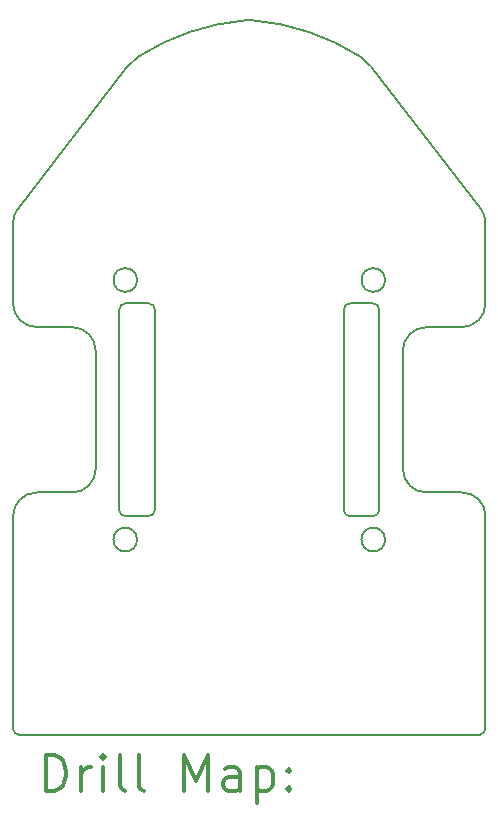
<source format=gbr>
%FSLAX45Y45*%
G04 Gerber Fmt 4.5, Leading zero omitted, Abs format (unit mm)*
G04 Created by KiCad (PCBNEW (5.1.4)-1) date 2019-11-07 15:05:30*
%MOMM*%
%LPD*%
G04 APERTURE LIST*
%ADD10C,0.200000*%
%ADD11C,0.300000*%
G04 APERTURE END LIST*
D10*
X15029276Y-8730152D02*
G75*
G02X15933385Y-9036579I-171379J-1992644D01*
G01*
X16995000Y-14727500D02*
G75*
G02X16945000Y-14777500I-50000J0D01*
G01*
X13045000Y-14777500D02*
X16945000Y-14777500D01*
X13954663Y-9129938D02*
X13036475Y-10323582D01*
X12995000Y-12927500D02*
X12995000Y-14727500D01*
X16995000Y-14727500D02*
X16995000Y-12927500D01*
X16953525Y-10323582D02*
G75*
G02X16995000Y-10445524I-158525J-121942D01*
G01*
X16995000Y-11127500D02*
G75*
G02X16795000Y-11327500I-200000J0D01*
G01*
X13895000Y-12877500D02*
X13895000Y-11177500D01*
X16295000Y-12527500D02*
X16295000Y-11527500D01*
X14960724Y-8730151D02*
G75*
G02X15029276Y-8730152I34276J-398529D01*
G01*
X13045000Y-14777500D02*
G75*
G02X12995000Y-14727500I0J50000D01*
G01*
X12995000Y-10445524D02*
X12995000Y-11127500D01*
X15795000Y-12877500D02*
X15795000Y-11177500D01*
X16145000Y-13126400D02*
G75*
G03X16145000Y-13126400I-100000J0D01*
G01*
X15933385Y-9036579D02*
G75*
G02X16035337Y-9129938I-215098J-337243D01*
G01*
X14045000Y-10928600D02*
G75*
G03X14045000Y-10928600I-100000J0D01*
G01*
X16145000Y-10928600D02*
G75*
G03X16145000Y-10928600I-100000J0D01*
G01*
X16953525Y-10323582D02*
X16035337Y-9129938D01*
X16795000Y-12727500D02*
G75*
G02X16995000Y-12927500I0J-200000D01*
G01*
X12995000Y-12927500D02*
G75*
G02X13195000Y-12727500I200000J0D01*
G01*
X13495000Y-11327500D02*
G75*
G02X13695000Y-11527500I0J-200000D01*
G01*
X15845000Y-12927500D02*
G75*
G02X15795000Y-12877500I0J50000D01*
G01*
X16045000Y-12927500D02*
X15845000Y-12927500D01*
X16095000Y-11177500D02*
X16095000Y-12877500D01*
X13945000Y-11127500D02*
X14145000Y-11127500D01*
X14195000Y-12877500D02*
G75*
G02X14145000Y-12927500I-50000J0D01*
G01*
X16295000Y-11527500D02*
G75*
G02X16495000Y-11327500I200000J0D01*
G01*
X13195000Y-11327500D02*
X13495000Y-11327500D01*
X13195000Y-11327500D02*
G75*
G02X12995000Y-11127500I0J200000D01*
G01*
X16495000Y-12727500D02*
G75*
G02X16295000Y-12527500I0J200000D01*
G01*
X13495000Y-12727500D02*
X13195000Y-12727500D01*
X12995000Y-10445524D02*
G75*
G02X13036475Y-10323582I200000J0D01*
G01*
X13954663Y-9129938D02*
G75*
G02X14056615Y-9036579I317050J-243884D01*
G01*
X16795000Y-12727500D02*
X16495000Y-12727500D01*
X15845000Y-11127500D02*
X16045000Y-11127500D01*
X13895000Y-11177500D02*
G75*
G02X13945000Y-11127500I50000J0D01*
G01*
X16495000Y-11327500D02*
X16795000Y-11327500D01*
X13695000Y-12527500D02*
G75*
G02X13495000Y-12727500I-200000J0D01*
G01*
X13695000Y-11527500D02*
X13695000Y-12527500D01*
X14045000Y-13126400D02*
G75*
G03X14045000Y-13126400I-100000J0D01*
G01*
X14145000Y-11127500D02*
G75*
G02X14195000Y-11177500I0J-50000D01*
G01*
X14145000Y-12927500D02*
X13945000Y-12927500D01*
X16095000Y-12877500D02*
G75*
G02X16045000Y-12927500I-50000J0D01*
G01*
X14056615Y-9036579D02*
G75*
G02X14960724Y-8730152I1075488J-1686216D01*
G01*
X14195000Y-11177500D02*
X14195000Y-12877500D01*
X16045000Y-11127500D02*
G75*
G02X16095000Y-11177500I0J-50000D01*
G01*
X15795000Y-11177500D02*
G75*
G02X15845000Y-11127500I50000J0D01*
G01*
X13945000Y-12927500D02*
G75*
G02X13895000Y-12877500I0J50000D01*
G01*
X16995000Y-11127500D02*
X16995000Y-10445524D01*
D10*
D11*
X13271428Y-15253214D02*
X13271428Y-14953214D01*
X13342857Y-14953214D01*
X13385714Y-14967500D01*
X13414286Y-14996072D01*
X13428571Y-15024643D01*
X13442857Y-15081786D01*
X13442857Y-15124643D01*
X13428571Y-15181786D01*
X13414286Y-15210357D01*
X13385714Y-15238929D01*
X13342857Y-15253214D01*
X13271428Y-15253214D01*
X13571428Y-15253214D02*
X13571428Y-15053214D01*
X13571428Y-15110357D02*
X13585714Y-15081786D01*
X13600000Y-15067500D01*
X13628571Y-15053214D01*
X13657143Y-15053214D01*
X13757143Y-15253214D02*
X13757143Y-15053214D01*
X13757143Y-14953214D02*
X13742857Y-14967500D01*
X13757143Y-14981786D01*
X13771428Y-14967500D01*
X13757143Y-14953214D01*
X13757143Y-14981786D01*
X13942857Y-15253214D02*
X13914286Y-15238929D01*
X13900000Y-15210357D01*
X13900000Y-14953214D01*
X14100000Y-15253214D02*
X14071428Y-15238929D01*
X14057143Y-15210357D01*
X14057143Y-14953214D01*
X14442857Y-15253214D02*
X14442857Y-14953214D01*
X14542857Y-15167500D01*
X14642857Y-14953214D01*
X14642857Y-15253214D01*
X14914286Y-15253214D02*
X14914286Y-15096072D01*
X14900000Y-15067500D01*
X14871428Y-15053214D01*
X14814286Y-15053214D01*
X14785714Y-15067500D01*
X14914286Y-15238929D02*
X14885714Y-15253214D01*
X14814286Y-15253214D01*
X14785714Y-15238929D01*
X14771428Y-15210357D01*
X14771428Y-15181786D01*
X14785714Y-15153214D01*
X14814286Y-15138929D01*
X14885714Y-15138929D01*
X14914286Y-15124643D01*
X15057143Y-15053214D02*
X15057143Y-15353214D01*
X15057143Y-15067500D02*
X15085714Y-15053214D01*
X15142857Y-15053214D01*
X15171428Y-15067500D01*
X15185714Y-15081786D01*
X15200000Y-15110357D01*
X15200000Y-15196072D01*
X15185714Y-15224643D01*
X15171428Y-15238929D01*
X15142857Y-15253214D01*
X15085714Y-15253214D01*
X15057143Y-15238929D01*
X15328571Y-15224643D02*
X15342857Y-15238929D01*
X15328571Y-15253214D01*
X15314286Y-15238929D01*
X15328571Y-15224643D01*
X15328571Y-15253214D01*
X15328571Y-15067500D02*
X15342857Y-15081786D01*
X15328571Y-15096072D01*
X15314286Y-15081786D01*
X15328571Y-15067500D01*
X15328571Y-15096072D01*
M02*

</source>
